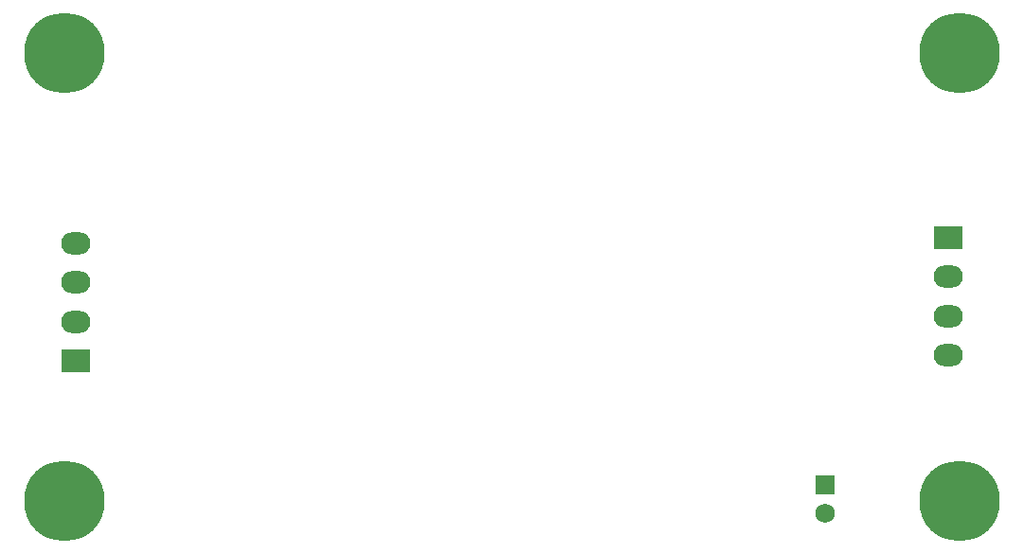
<source format=gbs>
G04*
G04 #@! TF.GenerationSoftware,Altium Limited,Altium Designer,21.4.1 (30)*
G04*
G04 Layer_Color=16711935*
%FSLAX25Y25*%
%MOIN*%
G70*
G04*
G04 #@! TF.SameCoordinates,5F1AA903-488D-4DD6-8C3F-381C7BA84995*
G04*
G04*
G04 #@! TF.FilePolarity,Negative*
G04*
G01*
G75*
%ADD99R,0.06800X0.06800*%
%ADD100C,0.06800*%
%ADD101R,0.10249X0.07887*%
%ADD102O,0.10249X0.07887*%
%ADD103C,0.28359*%
D99*
X287402Y25256D02*
D03*
D100*
Y15256D02*
D03*
D101*
X23622Y68898D02*
D03*
X330709Y112205D02*
D03*
D102*
X23622Y82677D02*
D03*
Y96457D02*
D03*
Y110236D02*
D03*
X330709Y70866D02*
D03*
Y84646D02*
D03*
Y98425D02*
D03*
D103*
X334646Y177165D02*
D03*
Y19685D02*
D03*
X19685Y177165D02*
D03*
Y19685D02*
D03*
M02*

</source>
